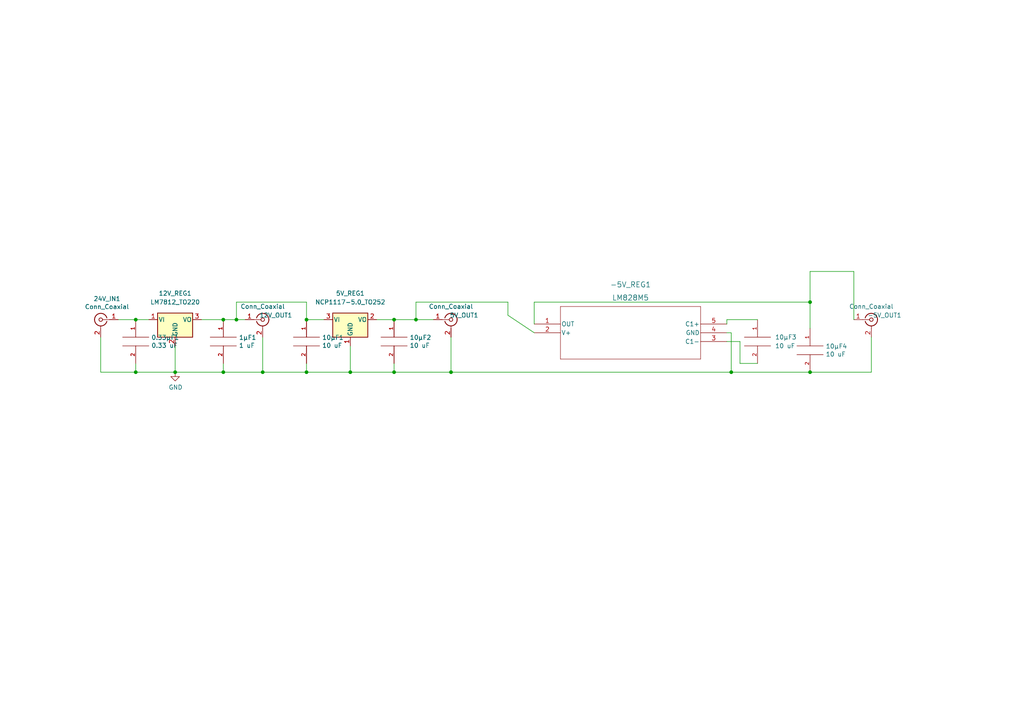
<source format=kicad_sch>
(kicad_sch (version 20211123) (generator eeschema)
  (paper "A4")
  (lib_symbols
    (symbol "2023-06-16_17-27-32:LM828M5" (pin_names (offset 0.254))
      (property "Reference" "U" (at 27.94 10.16 0))
      (property "Value" "LM828M5" (at 27.94 7.62 0))
      (symbol "LM828M5_0_1"
        (polyline (pts (xy 7.62 -10.16) (xy 48.26 -10.16)) (stroke (width 0.127)))
        (polyline (pts (xy 7.62 5.08) (xy 7.62 -10.16)) (stroke (width 0.127)))
        (polyline (pts (xy 48.26 -10.16) (xy 48.26 5.08)) (stroke (width 0.127)))
        (polyline (pts (xy 48.26 5.08) (xy 7.62 5.08)) (stroke (width 0.127)))
        (pin output line (at 0 0 0) (length 7.62) (name "OUT") (number "1"))
        (pin input line (at 0 -2.54 0) (length 7.62) (name "V+") (number "2"))
        (pin passive line (at 55.88 -5.08 180) (length 7.62) (name "C1-") (number "3"))
        (pin passive line (at 55.88 -2.54 180) (length 7.62) (name "GND") (number "4"))
        (pin passive line (at 55.88 0 180) (length 7.62) (name "C1+") (number "5"))
      )
    )
    (symbol "Connector:Conn_Coaxial" (pin_names (offset 1.016) hide)
      (property "Reference" "J" (at 0.254 3.048 0))
      (property "Value" "Conn_Coaxial" (at 2.921 0 90))
      (symbol "Conn_Coaxial_0_1"
        (arc (start -1.778 -0.508) (mid 0.222 -1.808) (end 1.778 0) (stroke (width 0.254)))
        (polyline (pts (xy -2.54 0) (xy -0.508 0)))
        (polyline (pts (xy 0 -2.54) (xy 0 -1.778)))
        (circle (center 0 0) (radius 0.508) (stroke (width 0.2032)))
        (arc (start 1.778 0) (mid 0.222 1.8083) (end -1.778 0.508) (stroke (width 0.254)))
      )
      (symbol "Conn_Coaxial_1_1"
        (pin passive line (at -5.08 0 0) (length 2.54) (name "In") (number "1"))
        (pin passive line (at 0 -5.08 90) (length 2.54) (name "Ext") (number "2"))
      )
    )
    (symbol "Regulator_Linear:LM7812_TO220" (pin_names (offset 0.254))
      (property "Reference" "U" (at -3.81 3.175 0))
      (property "Value" "LM7812_TO220" (at 0 3.175 0))
      (symbol "LM7812_TO220_0_1"
        (rectangle (start -5.08 1.905) (end 5.08 -5.08) (stroke (width 0.254)) (fill (type background)))
      )
      (symbol "LM7812_TO220_1_1"
        (pin power_in line (at -7.62 0 0) (length 2.54) (name "VI") (number "1"))
        (pin power_in line (at 0 -7.62 90) (length 2.54) (name "GND") (number "2"))
        (pin power_out line (at 7.62 0 180) (length 2.54) (name "VO") (number "3"))
      )
    )
    (symbol "Regulator_Linear:NCP1117-5.0_TO252" (pin_names (offset 0.254))
      (property "Reference" "U" (at -3.81 3.175 0))
      (property "Value" "NCP1117-5.0_TO252" (at 0 3.175 0))
      (symbol "NCP1117-5.0_TO252_0_1"
        (rectangle (start -5.08 1.905) (end 5.08 -5.08) (stroke (width 0.254)) (fill (type background)))
      )
      (symbol "NCP1117-5.0_TO252_1_1"
        (pin power_in line (at 0 -7.62 90) (length 2.54) (name "GND") (number "1"))
        (pin power_out line (at 7.62 0 180) (length 2.54) (name "VO") (number "2"))
        (pin power_in line (at -7.62 0 0) (length 2.54) (name "VI") (number "3"))
      )
    )
    (symbol "power:GND" (power) (pin_names (offset 0))
      (property "Value" "GND" (at 0 -3.81 0))
      (symbol "GND_0_1"
        (polyline (pts (xy 0 0) (xy 0 -1.27) (xy 1.27 -1.27) (xy 0 -2.54) (xy -1.27 -1.27) (xy 0 -1.27)))
      )
      (symbol "GND_1_1"
        (pin power_in line (at 0 0 270) (length 0) hide (name "GND") (number "1"))
      )
    )
    (symbol "pspice:C" (pin_names (offset 0.254))
      (property "Reference" "C" (at 2.54 3.81 90))
      (property "Value" "C" (at 2.54 -3.81 90))
      (symbol "C_0_1"
        (polyline (pts (xy -3.81 -1.27) (xy 3.81 -1.27)))
        (polyline (pts (xy -3.81 1.27) (xy 3.81 1.27)))
      )
      (symbol "C_1_1"
        (pin passive line (at 0 6.35 270) (length 5.08) (name "~") (number "1"))
        (pin passive line (at 0 -6.35 90) (length 5.08) (name "~") (number "2"))
      )
    )
  )
  (junction (at 39.37 92.71))
  (junction (at 114.3 107.95))
  (junction (at 50.8 107.95))
  (junction (at 64.77 107.95))
  (junction (at 64.77 92.71))
  (junction (at 120.65 92.71))
  (junction (at 76.2 107.95))
  (junction (at 234.95 107.95))
  (junction (at 68.58 92.71))
  (junction (at 101.6 107.95))
  (junction (at 88.9 107.95))
  (junction (at 39.37 107.95))
  (junction (at 114.3 92.71))
  (junction (at 88.9 92.71))
  (junction (at 130.81 107.95))
  (junction (at 212.09 107.95))
  (junction (at 234.95 87.63))
  (wire (pts (xy 234.95 107.95) (xy 252.73 107.95)))
  (wire (pts (xy 34.29 92.71) (xy 39.37 92.71)))
  (wire (pts (xy 147.32 91.44) (xy 147.32 87.63)))
  (wire (pts (xy 120.65 87.63) (xy 120.65 92.71)))
  (wire (pts (xy 219.71 92.71) (xy 210.82 92.71)))
  (wire (pts (xy 88.9 107.95) (xy 88.9 105.41)))
  (wire (pts (xy 68.58 92.71) (xy 71.12 92.71)))
  (wire (pts (xy 39.37 92.71) (xy 43.18 92.71)))
  (wire (pts (xy 154.94 96.52) (xy 147.32 91.44)))
  (wire (pts (xy 114.3 105.41) (xy 114.3 107.95)))
  (wire (pts (xy 64.77 107.95) (xy 50.8 107.95)))
  (wire (pts (xy 101.6 100.33) (xy 101.6 107.95)))
  (wire (pts (xy 39.37 105.41) (xy 39.37 107.95)))
  (wire (pts (xy 68.58 87.63) (xy 88.9 87.63)))
  (wire (pts (xy 39.37 107.95) (xy 29.21 107.95)))
  (wire (pts (xy 68.58 92.71) (xy 68.58 87.63)))
  (wire (pts (xy 88.9 87.63) (xy 88.9 92.71)))
  (wire (pts (xy 88.9 92.71) (xy 93.98 92.71)))
  (wire (pts (xy 114.3 107.95) (xy 130.81 107.95)))
  (wire (pts (xy 58.42 92.71) (xy 64.77 92.71)))
  (wire (pts (xy 212.09 107.95) (xy 234.95 107.95)))
  (wire (pts (xy 29.21 97.79) (xy 29.21 107.95)))
  (wire (pts (xy 154.94 87.63) (xy 234.95 87.63)))
  (wire (pts (xy 114.3 92.71) (xy 120.65 92.71)))
  (wire (pts (xy 234.95 87.63) (xy 234.95 95.25)))
  (wire (pts (xy 130.81 107.95) (xy 212.09 107.95)))
  (wire (pts (xy 64.77 92.71) (xy 68.58 92.71)))
  (wire (pts (xy 109.22 92.71) (xy 114.3 92.71)))
  (wire (pts (xy 234.95 78.74) (xy 234.95 87.63)))
  (wire (pts (xy 88.9 107.95) (xy 101.6 107.95)))
  (wire (pts (xy 50.8 107.95) (xy 39.37 107.95)))
  (wire (pts (xy 247.65 78.74) (xy 247.65 92.71)))
  (wire (pts (xy 147.32 87.63) (xy 120.65 87.63)))
  (wire (pts (xy 210.82 96.52) (xy 212.09 96.52)))
  (wire (pts (xy 64.77 105.41) (xy 64.77 107.95)))
  (wire (pts (xy 212.09 96.52) (xy 212.09 107.95)))
  (wire (pts (xy 214.63 99.06) (xy 214.63 105.41)))
  (wire (pts (xy 76.2 97.79) (xy 76.2 107.95)))
  (wire (pts (xy 130.81 107.95) (xy 130.81 97.79)))
  (wire (pts (xy 50.8 100.33) (xy 50.8 107.95)))
  (wire (pts (xy 76.2 107.95) (xy 88.9 107.95)))
  (wire (pts (xy 154.94 93.98) (xy 154.94 87.63)))
  (wire (pts (xy 210.82 92.71) (xy 210.82 93.98)))
  (wire (pts (xy 219.71 105.41) (xy 214.63 105.41)))
  (wire (pts (xy 76.2 107.95) (xy 64.77 107.95)))
  (wire (pts (xy 120.65 92.71) (xy 125.73 92.71)))
  (wire (pts (xy 252.73 107.95) (xy 252.73 97.79)))
  (wire (pts (xy 210.82 99.06) (xy 214.63 99.06)))
  (wire (pts (xy 247.65 78.74) (xy 234.95 78.74)))
  (wire (pts (xy 101.6 107.95) (xy 114.3 107.95)))
  (symbol (lib_id "Connector:Conn_Coaxial") (at 29.21 92.71 0) (mirror y) (unit 1)
    (property "Reference" "24V_IN1" (at 31.0388 86.6648 0))
    (property "Value" "Conn_Coaxial" (at 31.0388 88.9762 0))
    (property "Footprint" "Connector_Coaxial:SMA_Amphenol_132203-12_Horizontal" (effects hide))
    (property "Datasheet" " ~" (effects hide))
  )
  (symbol (lib_id "2023-06-16_17-27-32:LM828M5") (at 154.94 93.98 0) (unit 1)
    (property "Reference" "-5V_REG1" (at 182.88 82.55 0) (effects (font (size 1.524 1.524))))
    (property "Value" "LM828M5" (at 182.88 86.36 0) (effects (font (size 1.524 1.524))))
    (property "Footprint" "footprints:MF05A" (effects hide))
    (property "Datasheet" "LM828M5" (effects hide))
  )
  (symbol (lib_id "Connector:Conn_Coaxial") (at 252.73 92.71 0) (unit 1)
    (property "Reference" "-5V_OUT1" (at 256.54 91.44 0))
    (property "Value" "Conn_Coaxial" (at 252.73 88.9 0))
    (property "Footprint" "Connector_Coaxial:SMA_Amphenol_132203-12_Horizontal" (effects hide))
    (property "Datasheet" " ~" (effects hide))
  )
  (symbol (lib_id "Connector:Conn_Coaxial") (at 130.81 92.71 0) (unit 1)
    (property "Reference" "5V_OUT1" (at 134.62 91.44 0))
    (property "Value" "Conn_Coaxial" (at 130.81 88.9 0))
    (property "Footprint" "Connector_Coaxial:SMA_Amphenol_132203-12_Horizontal" (effects hide))
    (property "Datasheet" " ~" (effects hide))
  )
  (symbol (lib_id "Connector:Conn_Coaxial") (at 76.2 92.71 0) (unit 1)
    (property "Reference" "12V_OUT1" (at 80.01 91.44 0))
    (property "Value" "Conn_Coaxial" (at 76.2 88.9 0))
    (property "Footprint" "Connector_Coaxial:SMA_Amphenol_132203-12_Horizontal" (effects hide))
    (property "Datasheet" " ~" (effects hide))
  )
  (symbol (lib_id "pspice:C") (at 39.37 99.06 0) (unit 1)
    (property "Reference" "0.33μF1" (at 43.8912 97.8916 0) (effects (justify left)))
    (property "Value" "0.33 uF" (at 43.8912 100.203 0) (effects (justify left)))
    (property "Footprint" "Capacitor_SMD:C_1206_3216Metric" (effects hide))
  )
  (symbol (lib_id "Regulator_Linear:LM7812_TO220") (at 50.8 92.71 0) (unit 1)
    (property "Reference" "12V_REG1" (at 50.8 85.09 0))
    (property "Value" "LM7812_TO220" (at 50.8 87.63 0))
    (property "Footprint" "Package_TO_SOT_SMD:TO-263-3_TabPin2" (effects hide))
    (property "Datasheet" "https://www.onsemi.cn/PowerSolutions/document/MC7800-D.PDF" (effects hide))
  )
  (symbol (lib_id "pspice:C") (at 219.71 99.06 0) (unit 1)
    (property "Reference" "10μF3" (at 224.79 97.79 0) (effects (justify left)))
    (property "Value" "10 uF" (at 224.79 100.33 0) (effects (justify left)))
    (property "Footprint" "Capacitor_SMD:C_1206_3216Metric" (effects hide))
  )
  (symbol (lib_id "pspice:C") (at 64.77 99.06 0) (unit 1)
    (property "Reference" "1μF1" (at 69.2912 97.8916 0) (effects (justify left)))
    (property "Value" "1 uF" (at 69.2912 100.203 0) (effects (justify left)))
    (property "Footprint" "Capacitor_SMD:C_1206_3216Metric" (effects hide))
  )
  (symbol (lib_id "pspice:C") (at 114.3 99.06 0) (unit 1)
    (property "Reference" "10μF2" (at 118.8212 97.8916 0) (effects (justify left)))
    (property "Value" "10 uF" (at 118.8212 100.203 0) (effects (justify left)))
    (property "Footprint" "Capacitor_SMD:C_0805_2012Metric" (effects hide))
  )
  (symbol (lib_id "pspice:C") (at 234.95 101.6 0) (unit 1)
    (property "Reference" "10μF4" (at 239.4712 100.4316 0) (effects (justify left)))
    (property "Value" "10 uF" (at 239.4712 102.743 0) (effects (justify left)))
    (property "Footprint" "Capacitor_SMD:C_1206_3216Metric" (effects hide))
  )
  (symbol (lib_id "pspice:C") (at 88.9 99.06 0) (unit 1)
    (property "Reference" "10μF1" (at 93.4212 97.8916 0) (effects (justify left)))
    (property "Value" "10 uF" (at 93.4212 100.203 0) (effects (justify left)))
    (property "Footprint" "Capacitor_SMD:C_0805_2012Metric" (effects hide))
  )
  (symbol (lib_id "Regulator_Linear:NCP1117-5.0_TO252") (at 101.6 92.71 0) (unit 1)
    (property "Reference" "5V_REG1" (at 101.6 85.09 0))
    (property "Value" "NCP1117-5.0_TO252" (at 101.6 87.63 0))
    (property "Footprint" "Package_TO_SOT_SMD:TO-252-2" (effects hide))
    (property "Datasheet" "http://www.onsemi.com/pub_link/Collateral/NCP1117-D.PDF" (effects hide))
  )
  (symbol (lib_id "power:GND") (at 50.8 107.95 0) (unit 1)
    (property "Reference" "#PWR01" (effects hide))
    (property "Value" "GND" (at 50.927 112.3442 0))
  )
)
</source>
